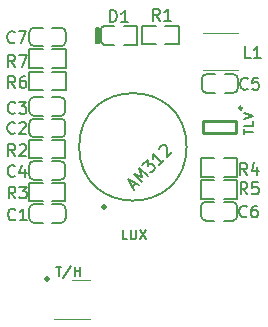
<source format=gbr>
G04 #@! TF.GenerationSoftware,KiCad,Pcbnew,(5.0.2)-1*
G04 #@! TF.CreationDate,2019-07-28T23:06:21+08:00*
G04 #@! TF.ProjectId,PIR,5049522e-6b69-4636-9164-5f7063625858,rev?*
G04 #@! TF.SameCoordinates,Original*
G04 #@! TF.FileFunction,Legend,Top*
G04 #@! TF.FilePolarity,Positive*
%FSLAX46Y46*%
G04 Gerber Fmt 4.6, Leading zero omitted, Abs format (unit mm)*
G04 Created by KiCad (PCBNEW (5.0.2)-1) date 2019-07-28 23:06:21*
%MOMM*%
%LPD*%
G01*
G04 APERTURE LIST*
%ADD10C,0.150000*%
%ADD11C,0.500000*%
%ADD12C,0.200000*%
%ADD13C,0.250000*%
%ADD14C,0.254000*%
%ADD15C,0.120000*%
G04 APERTURE END LIST*
D10*
X53313384Y-58319558D02*
X53313384Y-57862415D01*
X54113384Y-58090986D02*
X53313384Y-58090986D01*
X54113384Y-57214796D02*
X54113384Y-57595748D01*
X53313384Y-57595748D01*
X53313384Y-57062415D02*
X54113384Y-56795748D01*
X53313384Y-56529081D01*
X43473439Y-67209624D02*
X43092486Y-67209624D01*
X43092486Y-66409624D01*
X43740105Y-66409624D02*
X43740105Y-67057243D01*
X43778200Y-67133434D01*
X43816296Y-67171529D01*
X43892486Y-67209624D01*
X44044867Y-67209624D01*
X44121058Y-67171529D01*
X44159153Y-67133434D01*
X44197248Y-67057243D01*
X44197248Y-66409624D01*
X44502010Y-66409624D02*
X45035343Y-67209624D01*
X45035343Y-66409624D02*
X44502010Y-67209624D01*
X37434653Y-69518584D02*
X37891796Y-69518584D01*
X37663224Y-70318584D02*
X37663224Y-69518584D01*
X38729891Y-69480489D02*
X38044177Y-70509060D01*
X38996558Y-70318584D02*
X38996558Y-69518584D01*
X38996558Y-69899537D02*
X39453700Y-69899537D01*
X39453700Y-70318584D02*
X39453700Y-69518584D01*
D11*
X36642040Y-70553580D02*
X36642040Y-70553580D01*
X41513760Y-64442340D02*
X41513760Y-64442340D01*
D12*
G04 #@! TO.C,C7*
X35177780Y-49675940D02*
G75*
G02X35577780Y-49275940I400000J0D01*
G01*
X35577780Y-50855940D02*
G75*
G02X35177780Y-50455940I0J400000D01*
G01*
X38247780Y-50455940D02*
G75*
G02X37847780Y-50855940I-400000J0D01*
G01*
X37847780Y-49275940D02*
G75*
G02X38247780Y-49675940I0J-400000D01*
G01*
X35577780Y-50855940D02*
X36312780Y-50855940D01*
X37112780Y-50855940D02*
X37847780Y-50855940D01*
X37112780Y-49275940D02*
X37847780Y-49275940D01*
X35177780Y-50455940D02*
X35177780Y-49675940D01*
X38247780Y-50455940D02*
X38247780Y-49675940D01*
X35577780Y-49275940D02*
X36312780Y-49275940D01*
G04 #@! TO.C,R7*
X35162540Y-51122520D02*
X36297540Y-51122520D01*
X38232540Y-52702520D02*
X38232540Y-51122520D01*
X35162540Y-52702520D02*
X35162540Y-51122520D01*
X37097540Y-51122520D02*
X38232540Y-51122520D01*
X35162540Y-52702520D02*
X36297540Y-52702520D01*
X37097540Y-52702520D02*
X38232540Y-52702520D01*
G04 #@! TO.C,R6*
X37097540Y-54589740D02*
X38232540Y-54589740D01*
X35162540Y-54589740D02*
X36297540Y-54589740D01*
X37097540Y-53009740D02*
X38232540Y-53009740D01*
X35162540Y-54589740D02*
X35162540Y-53009740D01*
X38232540Y-54589740D02*
X38232540Y-53009740D01*
X35162540Y-53009740D02*
X36297540Y-53009740D01*
D13*
G04 #@! TO.C,U4*
X53177920Y-56095640D02*
G75*
G03X53177920Y-56095640I-125000J0D01*
G01*
D14*
X52702920Y-58195640D02*
X52702920Y-57195640D01*
X49902920Y-58195640D02*
X49902920Y-57195640D01*
X52702920Y-57195640D02*
X49902920Y-57195640D01*
X52702920Y-58195640D02*
X49902920Y-58195640D01*
D15*
G04 #@! TO.C,U3*
X38790280Y-70693640D02*
X40290280Y-70693640D01*
X37290280Y-73913640D02*
X40290280Y-73913640D01*
G04 #@! TO.C,L1*
X49873860Y-52913080D02*
X52873860Y-52913080D01*
X49873860Y-49713080D02*
X52873860Y-49713080D01*
D12*
G04 #@! TO.C,C5*
X52437920Y-54810720D02*
X51702920Y-54810720D01*
X49767920Y-53630720D02*
X49767920Y-54410720D01*
X52837920Y-53630720D02*
X52837920Y-54410720D01*
X50902920Y-54810720D02*
X50167920Y-54810720D01*
X50902920Y-53230720D02*
X50167920Y-53230720D01*
X52437920Y-53230720D02*
X51702920Y-53230720D01*
X50167920Y-54810720D02*
G75*
G02X49767920Y-54410720I0J400000D01*
G01*
X49767920Y-53630720D02*
G75*
G02X50167920Y-53230720I400000J0D01*
G01*
X52437920Y-53230720D02*
G75*
G02X52837920Y-53630720I0J-400000D01*
G01*
X52837920Y-54410720D02*
G75*
G02X52437920Y-54810720I-400000J0D01*
G01*
G04 #@! TO.C,R4*
X52771880Y-61930340D02*
X51636880Y-61930340D01*
X49701880Y-60350340D02*
X49701880Y-61930340D01*
X52771880Y-60350340D02*
X52771880Y-61930340D01*
X50836880Y-61930340D02*
X49701880Y-61930340D01*
X52771880Y-60350340D02*
X51636880Y-60350340D01*
X50836880Y-60350340D02*
X49701880Y-60350340D01*
G04 #@! TO.C,R5*
X49709500Y-62209620D02*
X50844500Y-62209620D01*
X52779500Y-63789620D02*
X52779500Y-62209620D01*
X49709500Y-63789620D02*
X49709500Y-62209620D01*
X51644500Y-62209620D02*
X52779500Y-62209620D01*
X49709500Y-63789620D02*
X50844500Y-63789620D01*
X51644500Y-63789620D02*
X52779500Y-63789620D01*
G04 #@! TO.C,C1*
X35568000Y-64231460D02*
X36303000Y-64231460D01*
X38238000Y-65411460D02*
X38238000Y-64631460D01*
X35168000Y-65411460D02*
X35168000Y-64631460D01*
X37103000Y-64231460D02*
X37838000Y-64231460D01*
X37103000Y-65811460D02*
X37838000Y-65811460D01*
X35568000Y-65811460D02*
X36303000Y-65811460D01*
X37838000Y-64231460D02*
G75*
G02X38238000Y-64631460I0J-400000D01*
G01*
X38238000Y-65411460D02*
G75*
G02X37838000Y-65811460I-400000J0D01*
G01*
X35568000Y-65811460D02*
G75*
G02X35168000Y-65411460I0J400000D01*
G01*
X35168000Y-64631460D02*
G75*
G02X35568000Y-64231460I400000J0D01*
G01*
D10*
G04 #@! TO.C,D1*
G36*
X40798980Y-50546560D02*
X41098980Y-50546560D01*
X41098980Y-49346560D01*
X40798980Y-49346560D01*
X40798980Y-50546560D01*
G37*
X40798980Y-50546560D02*
X41098980Y-50546560D01*
X41098980Y-49346560D01*
X40798980Y-49346560D01*
X40798980Y-50546560D01*
D12*
X43173980Y-50736560D02*
X44308980Y-50736560D01*
X41473980Y-50736560D02*
X42373980Y-50736560D01*
X43173980Y-49156560D02*
X44308980Y-49156560D01*
X41273980Y-50543560D02*
X41273980Y-49349560D01*
X44308980Y-50736560D02*
X44308980Y-49156560D01*
X41473980Y-49156560D02*
X42373980Y-49156560D01*
X41273980Y-49349560D02*
X41473980Y-49156560D01*
X41273980Y-50543560D02*
X41473980Y-50736560D01*
G04 #@! TO.C,C6*
X52372260Y-65618420D02*
X51637260Y-65618420D01*
X49702260Y-64438420D02*
X49702260Y-65218420D01*
X52772260Y-64438420D02*
X52772260Y-65218420D01*
X50837260Y-65618420D02*
X50102260Y-65618420D01*
X50837260Y-64038420D02*
X50102260Y-64038420D01*
X52372260Y-64038420D02*
X51637260Y-64038420D01*
X50102260Y-65618420D02*
G75*
G02X49702260Y-65218420I0J400000D01*
G01*
X49702260Y-64438420D02*
G75*
G02X50102260Y-64038420I400000J0D01*
G01*
X52372260Y-64038420D02*
G75*
G02X52772260Y-64438420I0J-400000D01*
G01*
X52772260Y-65218420D02*
G75*
G02X52372260Y-65618420I-400000J0D01*
G01*
D10*
G04 #@! TO.C,AM312*
X48485691Y-59382568D02*
G75*
G03X48485691Y-59382568I-4550000J0D01*
G01*
D12*
G04 #@! TO.C,C4*
X35537520Y-60589100D02*
X36272520Y-60589100D01*
X38207520Y-61769100D02*
X38207520Y-60989100D01*
X35137520Y-61769100D02*
X35137520Y-60989100D01*
X37072520Y-60589100D02*
X37807520Y-60589100D01*
X37072520Y-62169100D02*
X37807520Y-62169100D01*
X35537520Y-62169100D02*
X36272520Y-62169100D01*
X37807520Y-60589100D02*
G75*
G02X38207520Y-60989100I0J-400000D01*
G01*
X38207520Y-61769100D02*
G75*
G02X37807520Y-62169100I-400000J0D01*
G01*
X35537520Y-62169100D02*
G75*
G02X35137520Y-61769100I0J400000D01*
G01*
X35137520Y-60989100D02*
G75*
G02X35537520Y-60589100I400000J0D01*
G01*
G04 #@! TO.C,R3*
X35150220Y-62400120D02*
X36285220Y-62400120D01*
X38220220Y-63980120D02*
X38220220Y-62400120D01*
X35150220Y-63980120D02*
X35150220Y-62400120D01*
X37085220Y-62400120D02*
X38220220Y-62400120D01*
X35150220Y-63980120D02*
X36285220Y-63980120D01*
X37085220Y-63980120D02*
X38220220Y-63980120D01*
G04 #@! TO.C,C3*
X35552760Y-55178900D02*
X36287760Y-55178900D01*
X38222760Y-56358900D02*
X38222760Y-55578900D01*
X35152760Y-56358900D02*
X35152760Y-55578900D01*
X37087760Y-55178900D02*
X37822760Y-55178900D01*
X37087760Y-56758900D02*
X37822760Y-56758900D01*
X35552760Y-56758900D02*
X36287760Y-56758900D01*
X37822760Y-55178900D02*
G75*
G02X38222760Y-55578900I0J-400000D01*
G01*
X38222760Y-56358900D02*
G75*
G02X37822760Y-56758900I-400000J0D01*
G01*
X35552760Y-56758900D02*
G75*
G02X35152760Y-56358900I0J400000D01*
G01*
X35152760Y-55578900D02*
G75*
G02X35552760Y-55178900I400000J0D01*
G01*
G04 #@! TO.C,C2*
X35555300Y-56987380D02*
X36290300Y-56987380D01*
X38225300Y-58167380D02*
X38225300Y-57387380D01*
X35155300Y-58167380D02*
X35155300Y-57387380D01*
X37090300Y-56987380D02*
X37825300Y-56987380D01*
X37090300Y-58567380D02*
X37825300Y-58567380D01*
X35555300Y-58567380D02*
X36290300Y-58567380D01*
X37825300Y-56987380D02*
G75*
G02X38225300Y-57387380I0J-400000D01*
G01*
X38225300Y-58167380D02*
G75*
G02X37825300Y-58567380I-400000J0D01*
G01*
X35555300Y-58567380D02*
G75*
G02X35155300Y-58167380I0J400000D01*
G01*
X35155300Y-57387380D02*
G75*
G02X35555300Y-56987380I400000J0D01*
G01*
G04 #@! TO.C,R2*
X38215140Y-60355540D02*
X37080140Y-60355540D01*
X35145140Y-58775540D02*
X35145140Y-60355540D01*
X38215140Y-58775540D02*
X38215140Y-60355540D01*
X36280140Y-60355540D02*
X35145140Y-60355540D01*
X38215140Y-58775540D02*
X37080140Y-58775540D01*
X36280140Y-58775540D02*
X35145140Y-58775540D01*
G04 #@! TO.C,R1*
X44744180Y-49123540D02*
X45879180Y-49123540D01*
X47814180Y-50703540D02*
X47814180Y-49123540D01*
X44744180Y-50703540D02*
X44744180Y-49123540D01*
X46679180Y-49123540D02*
X47814180Y-49123540D01*
X44744180Y-50703540D02*
X45879180Y-50703540D01*
X46679180Y-50703540D02*
X47814180Y-50703540D01*
G04 #@! TO.C,C7*
D10*
X33920133Y-50499282D02*
X33872514Y-50546901D01*
X33729657Y-50594520D01*
X33634419Y-50594520D01*
X33491561Y-50546901D01*
X33396323Y-50451663D01*
X33348704Y-50356425D01*
X33301085Y-50165949D01*
X33301085Y-50023092D01*
X33348704Y-49832616D01*
X33396323Y-49737378D01*
X33491561Y-49642140D01*
X33634419Y-49594520D01*
X33729657Y-49594520D01*
X33872514Y-49642140D01*
X33920133Y-49689759D01*
X34253466Y-49594520D02*
X34920133Y-49594520D01*
X34491561Y-50594520D01*
G04 #@! TO.C,R7*
X33958233Y-52596040D02*
X33624900Y-52119850D01*
X33386804Y-52596040D02*
X33386804Y-51596040D01*
X33767757Y-51596040D01*
X33862995Y-51643660D01*
X33910614Y-51691279D01*
X33958233Y-51786517D01*
X33958233Y-51929374D01*
X33910614Y-52024612D01*
X33862995Y-52072231D01*
X33767757Y-52119850D01*
X33386804Y-52119850D01*
X34291566Y-51596040D02*
X34958233Y-51596040D01*
X34529661Y-52596040D01*
G04 #@! TO.C,R6*
X33976013Y-54394360D02*
X33642680Y-53918170D01*
X33404584Y-54394360D02*
X33404584Y-53394360D01*
X33785537Y-53394360D01*
X33880775Y-53441980D01*
X33928394Y-53489599D01*
X33976013Y-53584837D01*
X33976013Y-53727694D01*
X33928394Y-53822932D01*
X33880775Y-53870551D01*
X33785537Y-53918170D01*
X33404584Y-53918170D01*
X34833156Y-53394360D02*
X34642680Y-53394360D01*
X34547441Y-53441980D01*
X34499822Y-53489599D01*
X34404584Y-53632456D01*
X34356965Y-53822932D01*
X34356965Y-54203884D01*
X34404584Y-54299122D01*
X34452203Y-54346741D01*
X34547441Y-54394360D01*
X34737918Y-54394360D01*
X34833156Y-54346741D01*
X34880775Y-54299122D01*
X34928394Y-54203884D01*
X34928394Y-53965789D01*
X34880775Y-53870551D01*
X34833156Y-53822932D01*
X34737918Y-53775313D01*
X34547441Y-53775313D01*
X34452203Y-53822932D01*
X34404584Y-53870551D01*
X34356965Y-53965789D01*
G04 #@! TO.C,L1*
X53894693Y-51856900D02*
X53418502Y-51856900D01*
X53418502Y-50856900D01*
X54751836Y-51856900D02*
X54180407Y-51856900D01*
X54466121Y-51856900D02*
X54466121Y-50856900D01*
X54370883Y-50999758D01*
X54275645Y-51094996D01*
X54180407Y-51142615D01*
G04 #@! TO.C,C5*
X53648313Y-54443902D02*
X53600694Y-54491521D01*
X53457837Y-54539140D01*
X53362599Y-54539140D01*
X53219741Y-54491521D01*
X53124503Y-54396283D01*
X53076884Y-54301045D01*
X53029265Y-54110569D01*
X53029265Y-53967712D01*
X53076884Y-53777236D01*
X53124503Y-53681998D01*
X53219741Y-53586760D01*
X53362599Y-53539140D01*
X53457837Y-53539140D01*
X53600694Y-53586760D01*
X53648313Y-53634379D01*
X54553075Y-53539140D02*
X54076884Y-53539140D01*
X54029265Y-54015331D01*
X54076884Y-53967712D01*
X54172122Y-53920093D01*
X54410218Y-53920093D01*
X54505456Y-53967712D01*
X54553075Y-54015331D01*
X54600694Y-54110569D01*
X54600694Y-54348664D01*
X54553075Y-54443902D01*
X54505456Y-54491521D01*
X54410218Y-54539140D01*
X54172122Y-54539140D01*
X54076884Y-54491521D01*
X54029265Y-54443902D01*
G04 #@! TO.C,R4*
X53607673Y-61747660D02*
X53274340Y-61271470D01*
X53036244Y-61747660D02*
X53036244Y-60747660D01*
X53417197Y-60747660D01*
X53512435Y-60795280D01*
X53560054Y-60842899D01*
X53607673Y-60938137D01*
X53607673Y-61080994D01*
X53560054Y-61176232D01*
X53512435Y-61223851D01*
X53417197Y-61271470D01*
X53036244Y-61271470D01*
X54464816Y-61080994D02*
X54464816Y-61747660D01*
X54226720Y-60700041D02*
X53988625Y-61414327D01*
X54607673Y-61414327D01*
G04 #@! TO.C,R5*
X53633073Y-63393580D02*
X53299740Y-62917390D01*
X53061644Y-63393580D02*
X53061644Y-62393580D01*
X53442597Y-62393580D01*
X53537835Y-62441200D01*
X53585454Y-62488819D01*
X53633073Y-62584057D01*
X53633073Y-62726914D01*
X53585454Y-62822152D01*
X53537835Y-62869771D01*
X53442597Y-62917390D01*
X53061644Y-62917390D01*
X54537835Y-62393580D02*
X54061644Y-62393580D01*
X54014025Y-62869771D01*
X54061644Y-62822152D01*
X54156882Y-62774533D01*
X54394978Y-62774533D01*
X54490216Y-62822152D01*
X54537835Y-62869771D01*
X54585454Y-62965009D01*
X54585454Y-63203104D01*
X54537835Y-63298342D01*
X54490216Y-63345961D01*
X54394978Y-63393580D01*
X54156882Y-63393580D01*
X54061644Y-63345961D01*
X54014025Y-63298342D01*
G04 #@! TO.C,C1*
X33983633Y-65513222D02*
X33936014Y-65560841D01*
X33793157Y-65608460D01*
X33697919Y-65608460D01*
X33555061Y-65560841D01*
X33459823Y-65465603D01*
X33412204Y-65370365D01*
X33364585Y-65179889D01*
X33364585Y-65037032D01*
X33412204Y-64846556D01*
X33459823Y-64751318D01*
X33555061Y-64656080D01*
X33697919Y-64608460D01*
X33793157Y-64608460D01*
X33936014Y-64656080D01*
X33983633Y-64703699D01*
X34936014Y-65608460D02*
X34364585Y-65608460D01*
X34650300Y-65608460D02*
X34650300Y-64608460D01*
X34555061Y-64751318D01*
X34459823Y-64846556D01*
X34364585Y-64894175D01*
G04 #@! TO.C,D1*
X42007564Y-48808900D02*
X42007564Y-47808900D01*
X42245660Y-47808900D01*
X42388517Y-47856520D01*
X42483755Y-47951758D01*
X42531374Y-48046996D01*
X42578993Y-48237472D01*
X42578993Y-48380329D01*
X42531374Y-48570805D01*
X42483755Y-48666043D01*
X42388517Y-48761281D01*
X42245660Y-48808900D01*
X42007564Y-48808900D01*
X43531374Y-48808900D02*
X42959945Y-48808900D01*
X43245660Y-48808900D02*
X43245660Y-47808900D01*
X43150421Y-47951758D01*
X43055183Y-48046996D01*
X42959945Y-48094615D01*
G04 #@! TO.C,C6*
X53577193Y-65251602D02*
X53529574Y-65299221D01*
X53386717Y-65346840D01*
X53291479Y-65346840D01*
X53148621Y-65299221D01*
X53053383Y-65203983D01*
X53005764Y-65108745D01*
X52958145Y-64918269D01*
X52958145Y-64775412D01*
X53005764Y-64584936D01*
X53053383Y-64489698D01*
X53148621Y-64394460D01*
X53291479Y-64346840D01*
X53386717Y-64346840D01*
X53529574Y-64394460D01*
X53577193Y-64442079D01*
X54434336Y-64346840D02*
X54243860Y-64346840D01*
X54148621Y-64394460D01*
X54101002Y-64442079D01*
X54005764Y-64584936D01*
X53958145Y-64775412D01*
X53958145Y-65156364D01*
X54005764Y-65251602D01*
X54053383Y-65299221D01*
X54148621Y-65346840D01*
X54339098Y-65346840D01*
X54434336Y-65299221D01*
X54481955Y-65251602D01*
X54529574Y-65156364D01*
X54529574Y-64918269D01*
X54481955Y-64823031D01*
X54434336Y-64775412D01*
X54339098Y-64727793D01*
X54148621Y-64727793D01*
X54053383Y-64775412D01*
X54005764Y-64823031D01*
X53958145Y-64918269D01*
G04 #@! TO.C,AM312*
X43860620Y-62792140D02*
X44197338Y-62455422D01*
X43995307Y-63061514D02*
X43523903Y-62118705D01*
X44466712Y-62590109D01*
X44702414Y-62354407D02*
X43995307Y-61647300D01*
X44736086Y-61916674D01*
X44466712Y-61175896D01*
X45173819Y-61883003D01*
X44736086Y-60906522D02*
X45173819Y-60468789D01*
X45207490Y-60973865D01*
X45308506Y-60872850D01*
X45409521Y-60839178D01*
X45476864Y-60839178D01*
X45577880Y-60872850D01*
X45746238Y-61041209D01*
X45779910Y-61142224D01*
X45779910Y-61209568D01*
X45746238Y-61310583D01*
X45544208Y-61512613D01*
X45443193Y-61546285D01*
X45375849Y-61546285D01*
X46554360Y-60502461D02*
X46150299Y-60906522D01*
X46352330Y-60704491D02*
X45645223Y-59997385D01*
X45678895Y-60165743D01*
X45678895Y-60300430D01*
X45645223Y-60401446D01*
X46183971Y-59593324D02*
X46183971Y-59525980D01*
X46217643Y-59424965D01*
X46386002Y-59256606D01*
X46487017Y-59222934D01*
X46554360Y-59222934D01*
X46655376Y-59256606D01*
X46722719Y-59323950D01*
X46790063Y-59458637D01*
X46790063Y-60266759D01*
X47227795Y-59829026D01*
G04 #@! TO.C,C4*
X33942993Y-61840382D02*
X33895374Y-61888001D01*
X33752517Y-61935620D01*
X33657279Y-61935620D01*
X33514421Y-61888001D01*
X33419183Y-61792763D01*
X33371564Y-61697525D01*
X33323945Y-61507049D01*
X33323945Y-61364192D01*
X33371564Y-61173716D01*
X33419183Y-61078478D01*
X33514421Y-60983240D01*
X33657279Y-60935620D01*
X33752517Y-60935620D01*
X33895374Y-60983240D01*
X33942993Y-61030859D01*
X34800136Y-61268954D02*
X34800136Y-61935620D01*
X34562040Y-60888001D02*
X34323945Y-61602287D01*
X34942993Y-61602287D01*
G04 #@! TO.C,R3*
X33988713Y-63751720D02*
X33655380Y-63275530D01*
X33417284Y-63751720D02*
X33417284Y-62751720D01*
X33798237Y-62751720D01*
X33893475Y-62799340D01*
X33941094Y-62846959D01*
X33988713Y-62942197D01*
X33988713Y-63085054D01*
X33941094Y-63180292D01*
X33893475Y-63227911D01*
X33798237Y-63275530D01*
X33417284Y-63275530D01*
X34322046Y-62751720D02*
X34941094Y-62751720D01*
X34607760Y-63132673D01*
X34750618Y-63132673D01*
X34845856Y-63180292D01*
X34893475Y-63227911D01*
X34941094Y-63323149D01*
X34941094Y-63561244D01*
X34893475Y-63656482D01*
X34845856Y-63704101D01*
X34750618Y-63751720D01*
X34464903Y-63751720D01*
X34369665Y-63704101D01*
X34322046Y-63656482D01*
G04 #@! TO.C,C3*
X33963313Y-56475902D02*
X33915694Y-56523521D01*
X33772837Y-56571140D01*
X33677599Y-56571140D01*
X33534741Y-56523521D01*
X33439503Y-56428283D01*
X33391884Y-56333045D01*
X33344265Y-56142569D01*
X33344265Y-55999712D01*
X33391884Y-55809236D01*
X33439503Y-55713998D01*
X33534741Y-55618760D01*
X33677599Y-55571140D01*
X33772837Y-55571140D01*
X33915694Y-55618760D01*
X33963313Y-55666379D01*
X34296646Y-55571140D02*
X34915694Y-55571140D01*
X34582360Y-55952093D01*
X34725218Y-55952093D01*
X34820456Y-55999712D01*
X34868075Y-56047331D01*
X34915694Y-56142569D01*
X34915694Y-56380664D01*
X34868075Y-56475902D01*
X34820456Y-56523521D01*
X34725218Y-56571140D01*
X34439503Y-56571140D01*
X34344265Y-56523521D01*
X34296646Y-56475902D01*
G04 #@! TO.C,C2*
X33935373Y-58200562D02*
X33887754Y-58248181D01*
X33744897Y-58295800D01*
X33649659Y-58295800D01*
X33506801Y-58248181D01*
X33411563Y-58152943D01*
X33363944Y-58057705D01*
X33316325Y-57867229D01*
X33316325Y-57724372D01*
X33363944Y-57533896D01*
X33411563Y-57438658D01*
X33506801Y-57343420D01*
X33649659Y-57295800D01*
X33744897Y-57295800D01*
X33887754Y-57343420D01*
X33935373Y-57391039D01*
X34316325Y-57391039D02*
X34363944Y-57343420D01*
X34459182Y-57295800D01*
X34697278Y-57295800D01*
X34792516Y-57343420D01*
X34840135Y-57391039D01*
X34887754Y-57486277D01*
X34887754Y-57581515D01*
X34840135Y-57724372D01*
X34268706Y-58295800D01*
X34887754Y-58295800D01*
G04 #@! TO.C,R2*
X33965853Y-60139840D02*
X33632520Y-59663650D01*
X33394424Y-60139840D02*
X33394424Y-59139840D01*
X33775377Y-59139840D01*
X33870615Y-59187460D01*
X33918234Y-59235079D01*
X33965853Y-59330317D01*
X33965853Y-59473174D01*
X33918234Y-59568412D01*
X33870615Y-59616031D01*
X33775377Y-59663650D01*
X33394424Y-59663650D01*
X34346805Y-59235079D02*
X34394424Y-59187460D01*
X34489662Y-59139840D01*
X34727758Y-59139840D01*
X34822996Y-59187460D01*
X34870615Y-59235079D01*
X34918234Y-59330317D01*
X34918234Y-59425555D01*
X34870615Y-59568412D01*
X34299186Y-60139840D01*
X34918234Y-60139840D01*
G04 #@! TO.C,R1*
X46211193Y-48692060D02*
X45877860Y-48215870D01*
X45639764Y-48692060D02*
X45639764Y-47692060D01*
X46020717Y-47692060D01*
X46115955Y-47739680D01*
X46163574Y-47787299D01*
X46211193Y-47882537D01*
X46211193Y-48025394D01*
X46163574Y-48120632D01*
X46115955Y-48168251D01*
X46020717Y-48215870D01*
X45639764Y-48215870D01*
X47163574Y-48692060D02*
X46592145Y-48692060D01*
X46877860Y-48692060D02*
X46877860Y-47692060D01*
X46782621Y-47834918D01*
X46687383Y-47930156D01*
X46592145Y-47977775D01*
G04 #@! TD*
M02*

</source>
